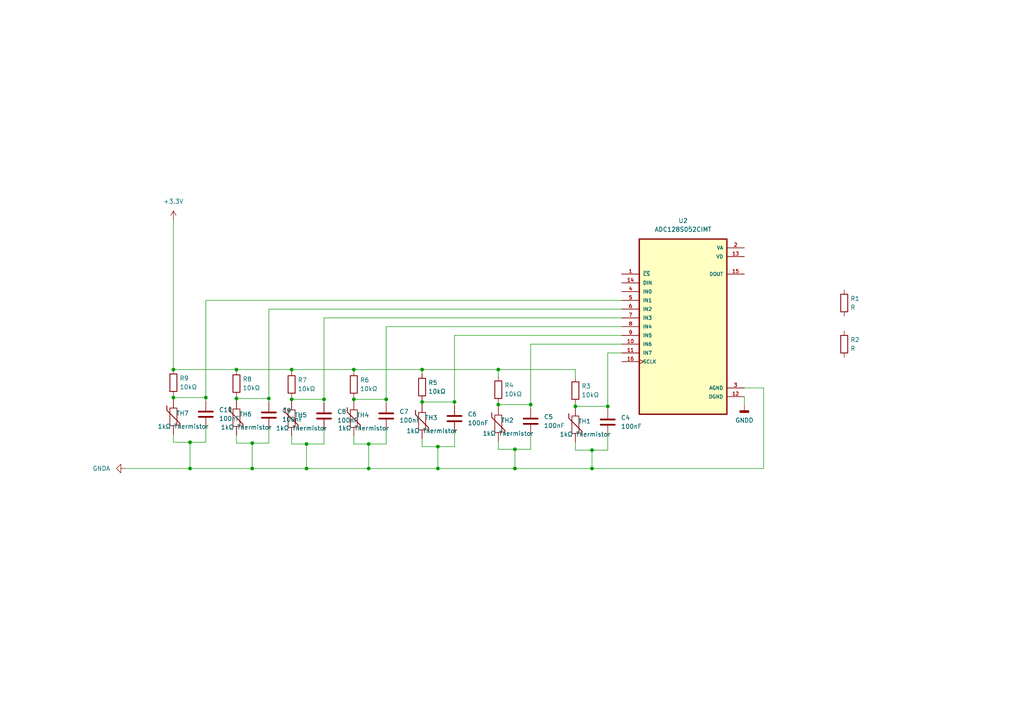
<source format=kicad_sch>
(kicad_sch (version 20230121) (generator eeschema)
  (paper "A4")
  (lib_symbols
    (symbol "2024-02-04_22-00-37:ADS130B04QPWRQ1" (pin_names (offset 0.254))
      (property "Reference" "U" (at 20.32 10.16 0))
      (property "Value" "ADS130B04QPWRQ1" (at 20.32 7.62 0))
      (symbol "ADS130B04QPWRQ1_0_1"
        (polyline (pts (xy 7.62 -27.94) (xy 33.02 -27.94)) (stroke (width 0.127)))
        (polyline (pts (xy 7.62 5.08) (xy 7.62 -27.94)) (stroke (width 0.127)))
        (polyline (pts (xy 33.02 -27.94) (xy 33.02 5.08)) (stroke (width 0.127)))
        (polyline (pts (xy 33.02 5.08) (xy 7.62 5.08)) (stroke (width 0.127)))
        (pin power_in line (at 0 0 0) (length 7.62) (name "1") (number "1"))
        (pin input line (at 0 -22.86 0) (length 7.62) (name "10") (number "10"))
        (pin input line (at 40.64 -22.86 180) (length 7.62) (name "11") (number "11"))
        (pin input line (at 40.64 -20.32 180) (length 7.62) (name "12") (number "12"))
        (pin output line (at 40.64 -17.78 180) (length 7.62) (name "13") (number "13"))
        (pin input line (at 40.64 -15.24 180) (length 7.62) (name "14") (number "14"))
        (pin output line (at 40.64 -12.7 180) (length 7.62) (name "15") (number "15"))
        (pin input line (at 40.64 -10.16 180) (length 7.62) (name "16") (number "16"))
        (pin input line (at 40.64 -7.62 180) (length 7.62) (name "17") (number "17"))
        (pin output line (at 40.64 -5.08 180) (length 7.62) (name "18") (number "18"))
        (pin power_out line (at 40.64 -2.54 180) (length 7.62) (name "19") (number "19"))
        (pin power_out line (at 0 -2.54 0) (length 7.62) (name "2") (number "2"))
        (pin power_in line (at 40.64 0 180) (length 7.62) (name "20") (number "20"))
        (pin input line (at 0 -5.08 0) (length 7.62) (name "3") (number "3"))
        (pin input line (at 0 -7.62 0) (length 7.62) (name "4") (number "4"))
        (pin input line (at 0 -10.16 0) (length 7.62) (name "5") (number "5"))
        (pin input line (at 0 -12.7 0) (length 7.62) (name "6") (number "6"))
        (pin input line (at 0 -15.24 0) (length 7.62) (name "7") (number "7"))
        (pin input line (at 0 -17.78 0) (length 7.62) (name "8") (number "8"))
        (pin input line (at 0 -20.32 0) (length 7.62) (name "9") (number "9"))
      )
    )
    (symbol "ADC128S052CIMT:ADC128S052CIMT" (pin_names (offset 1.016))
      (property "Reference" "U" (at -12.7 26.4 0))
      (property "Value" "ADC128S052CIMT" (at -12.7 -29.4 0))
      (symbol "ADC128S052CIMT_0_0"
        (rectangle (start -12.7 -25.4) (end 12.7 25.4) (stroke (width 0.41)) (fill (type background)))
        (pin input line (at -17.78 15.24 0) (length 5.08) (name "~{CS}") (number "1"))
        (pin input line (at -17.78 -5.08 0) (length 5.08) (name "IN6") (number "10"))
        (pin input line (at -17.78 -7.62 0) (length 5.08) (name "IN7") (number "11"))
        (pin power_in line (at 17.78 -20.32 180) (length 5.08) (name "DGND") (number "12"))
        (pin power_in line (at 17.78 20.32 180) (length 5.08) (name "VD") (number "13"))
        (pin input line (at -17.78 12.7 0) (length 5.08) (name "DIN") (number "14"))
        (pin output line (at 17.78 15.24 180) (length 5.08) (name "DOUT") (number "15"))
        (pin input clock (at -17.78 -10.16 0) (length 5.08) (name "SCLK") (number "16"))
        (pin power_in line (at 17.78 22.86 180) (length 5.08) (name "VA") (number "2"))
        (pin power_in line (at 17.78 -17.78 180) (length 5.08) (name "AGND") (number "3"))
        (pin input line (at -17.78 10.16 0) (length 5.08) (name "IN0") (number "4"))
        (pin input line (at -17.78 7.62 0) (length 5.08) (name "IN1") (number "5"))
        (pin input line (at -17.78 5.08 0) (length 5.08) (name "IN2") (number "6"))
        (pin input line (at -17.78 2.54 0) (length 5.08) (name "IN3") (number "7"))
        (pin input line (at -17.78 0 0) (length 5.08) (name "IN4") (number "8"))
        (pin input line (at -17.78 -2.54 0) (length 5.08) (name "IN5") (number "9"))
      )
    )
    (symbol "Device:C" (pin_numbers hide) (pin_names (offset 0.254))
      (property "Reference" "C" (at 0.635 2.54 0))
      (property "Value" "C" (at 0.635 -2.54 0))
      (symbol "C_0_1"
        (polyline (pts (xy -2.032 -0.762) (xy 2.032 -0.762)) (stroke (width 0.508)))
        (polyline (pts (xy -2.032 0.762) (xy 2.032 0.762)) (stroke (width 0.508)))
      )
      (symbol "C_1_1"
        (pin passive line (at 0 3.81 270) (length 2.794) (name "~") (number "1"))
        (pin passive line (at 0 -3.81 90) (length 2.794) (name "~") (number "2"))
      )
    )
    (symbol "Device:R" (pin_numbers hide) (pin_names (offset 0))
      (property "Reference" "R" (at 2.032 0 90))
      (property "Value" "R" (at 0 0 90))
      (symbol "R_0_1"
        (rectangle (start -1.016 -2.54) (end 1.016 2.54) (stroke (width 0.254)))
      )
      (symbol "R_1_1"
        (pin passive line (at 0 3.81 270) (length 1.27) (name "~") (number "1"))
        (pin passive line (at 0 -3.81 90) (length 1.27) (name "~") (number "2"))
      )
    )
    (symbol "Device:Thermistor" (pin_numbers hide) (pin_names (offset 0))
      (property "Reference" "TH" (at 2.54 1.27 90))
      (property "Value" "Thermistor" (at -2.54 0 90))
      (symbol "Thermistor_0_1"
        (rectangle (start -1.016 2.54) (end 1.016 -2.54) (stroke (width 0.2032)))
        (polyline (pts (xy -1.905 3.175) (xy -1.905 1.905) (xy 1.905 -1.905) (xy 1.905 -3.175) (xy 1.905 -3.175)) (stroke (width 0.254)))
      )
      (symbol "Thermistor_1_1"
        (pin passive line (at 0 5.08 270) (length 2.54) (name "~") (number "1"))
        (pin passive line (at 0 -5.08 90) (length 2.54) (name "~") (number "2"))
      )
    )
    (symbol "power:+3.3V" (power) (pin_names (offset 0))
      (property "Value" "+3.3V" (at 0 3.556 0))
      (symbol "+3.3V_0_1"
        (polyline (pts (xy -0.762 1.27) (xy 0 2.54)))
        (polyline (pts (xy 0 0) (xy 0 2.54)))
        (polyline (pts (xy 0 2.54) (xy 0.762 1.27)))
      )
      (symbol "+3.3V_1_1"
        (pin power_in line (at 0 0 90) (length 0) hide (name "+3.3V") (number "1"))
      )
    )
    (symbol "power:GNDA" (power) (pin_names (offset 0))
      (property "Value" "GNDA" (at 0 -3.81 0))
      (symbol "GNDA_0_1"
        (polyline (pts (xy 0 0) (xy 0 -1.27) (xy 1.27 -1.27) (xy 0 -2.54) (xy -1.27 -1.27) (xy 0 -1.27)))
      )
      (symbol "GNDA_1_1"
        (pin power_in line (at 0 0 270) (length 0) hide (name "GNDA") (number "1"))
      )
    )
    (symbol "power:GNDD" (power) (pin_names (offset 0))
      (property "Value" "GNDD" (at 0 -3.175 0))
      (symbol "GNDD_0_1"
        (rectangle (start -1.27 -1.524) (end 1.27 -2.032) (stroke (width 0.254)) (fill (type outline)))
        (polyline (pts (xy 0 0) (xy 0 -1.524)))
      )
      (symbol "GNDD_1_1"
        (pin power_in line (at 0 0 270) (length 0) hide (name "GNDD") (number "1"))
      )
    )
  )
  (junction (at 153.924 117.348))
  (junction (at 88.9 128.778))
  (junction (at 59.69 115.316))
  (junction (at 68.58 107.188))
  (junction (at 106.934 128.778))
  (junction (at 122.428 116.586))
  (junction (at 176.276 117.856))
  (junction (at 102.616 115.824))
  (junction (at 68.58 115.57))
  (junction (at 55.118 128.27))
  (junction (at 127 135.89))
  (junction (at 77.978 115.57))
  (junction (at 50.292 115.316))
  (junction (at 106.934 135.89))
  (junction (at 88.9 135.89))
  (junction (at 171.704 135.89))
  (junction (at 122.428 107.188))
  (junction (at 84.582 107.188))
  (junction (at 102.616 107.188))
  (junction (at 127 129.54))
  (junction (at 84.582 115.824))
  (junction (at 149.352 135.89))
  (junction (at 171.704 130.556))
  (junction (at 55.118 135.89))
  (junction (at 144.526 117.348))
  (junction (at 50.292 107.188))
  (junction (at 144.526 107.188))
  (junction (at 112.014 115.824))
  (junction (at 73.152 128.524))
  (junction (at 131.826 116.586))
  (junction (at 149.352 130.302))
  (junction (at 166.878 117.856))
  (junction (at 73.152 135.89))
  (junction (at 93.98 115.824))
  (wire (pts (xy 50.292 115.316) (xy 50.292 115.824)))
  (wire (pts (xy 127 135.89) (xy 149.352 135.89)))
  (wire (pts (xy 149.352 135.89) (xy 149.352 130.302)))
  (wire (pts (xy 59.69 115.316) (xy 59.69 116.332)))
  (wire (pts (xy 105.918 -43.434) (xy 116.332 -43.434)))
  (wire (pts (xy 50.292 63.5) (xy 50.292 107.188)))
  (wire (pts (xy 84.582 115.824) (xy 84.582 116.332)))
  (wire (pts (xy 166.878 117.094) (xy 166.878 117.856)))
  (wire (pts (xy 93.98 115.824) (xy 93.98 116.84)))
  (wire (pts (xy 102.616 115.824) (xy 112.014 115.824)))
  (wire (pts (xy 68.58 115.062) (xy 68.58 115.57)))
  (wire (pts (xy 167.132 -43.434) (xy 156.718 -43.434)))
  (wire (pts (xy 112.014 115.824) (xy 112.014 94.742)))
  (wire (pts (xy 88.9 135.89) (xy 106.934 135.89)))
  (wire (pts (xy 55.118 128.27) (xy 59.69 128.27)))
  (wire (pts (xy 55.118 135.89) (xy 73.152 135.89)))
  (wire (pts (xy 144.526 107.188) (xy 144.526 109.22)))
  (wire (pts (xy 93.98 124.46) (xy 93.98 128.778)))
  (wire (pts (xy 50.292 128.27) (xy 55.118 128.27)))
  (wire (pts (xy 153.924 117.348) (xy 153.924 99.822)))
  (wire (pts (xy 166.878 118.11) (xy 166.878 117.856)))
  (wire (pts (xy 77.978 115.57) (xy 77.978 116.586)))
  (wire (pts (xy 122.428 116.586) (xy 122.428 117.094)))
  (wire (pts (xy 88.9 128.778) (xy 88.9 135.89)))
  (wire (pts (xy 144.526 128.016) (xy 144.526 130.302)))
  (wire (pts (xy 122.428 127.254) (xy 122.428 129.54)))
  (wire (pts (xy 167.132 -40.894) (xy 168.91 -40.894)))
  (wire (pts (xy 50.292 125.984) (xy 50.292 128.27)))
  (wire (pts (xy 93.98 92.202) (xy 180.34 92.202)))
  (wire (pts (xy 112.014 128.778) (xy 106.934 128.778)))
  (wire (pts (xy 59.69 115.316) (xy 59.69 87.122)))
  (wire (pts (xy 112.014 115.824) (xy 112.014 116.84)))
  (wire (pts (xy 116.332 -45.974) (xy 116.332 -43.434)))
  (wire (pts (xy 122.428 116.078) (xy 122.428 116.586)))
  (wire (pts (xy 166.878 107.188) (xy 166.878 109.474)))
  (wire (pts (xy 73.152 135.89) (xy 88.9 135.89)))
  (wire (pts (xy 176.276 102.362) (xy 180.34 102.362)))
  (wire (pts (xy 171.704 135.89) (xy 221.488 135.89)))
  (wire (pts (xy 171.704 135.89) (xy 171.704 130.556)))
  (wire (pts (xy 68.58 126.238) (xy 68.58 128.524)))
  (wire (pts (xy 176.276 117.856) (xy 176.276 102.362)))
  (wire (pts (xy 176.276 130.556) (xy 171.704 130.556)))
  (wire (pts (xy 68.58 107.188) (xy 68.58 107.442)))
  (wire (pts (xy 84.582 126.492) (xy 84.582 128.778)))
  (wire (pts (xy 102.616 107.188) (xy 122.428 107.188)))
  (wire (pts (xy 93.98 115.824) (xy 93.98 92.202)))
  (wire (pts (xy 144.526 107.188) (xy 166.878 107.188)))
  (wire (pts (xy 68.58 115.57) (xy 77.978 115.57)))
  (wire (pts (xy 122.428 116.586) (xy 131.826 116.586)))
  (wire (pts (xy 124.968 -45.974) (xy 126.492 -45.974)))
  (wire (pts (xy 131.826 116.586) (xy 131.826 117.602)))
  (wire (pts (xy 117.348 -45.974) (xy 116.332 -45.974)))
  (wire (pts (xy 102.616 126.492) (xy 102.616 128.778)))
  (wire (pts (xy 68.58 128.524) (xy 73.152 128.524)))
  (wire (pts (xy 102.616 107.188) (xy 102.616 107.696)))
  (wire (pts (xy 153.924 125.984) (xy 153.924 130.302)))
  (wire (pts (xy 166.878 128.27) (xy 166.878 130.556)))
  (wire (pts (xy 221.488 112.522) (xy 215.9 112.522)))
  (wire (pts (xy 59.69 87.122) (xy 180.34 87.122)))
  (wire (pts (xy 36.322 135.89) (xy 55.118 135.89)))
  (wire (pts (xy 167.132 -45.974) (xy 169.164 -45.974)))
  (wire (pts (xy 50.292 107.188) (xy 68.58 107.188)))
  (wire (pts (xy 131.826 129.54) (xy 127 129.54)))
  (wire (pts (xy 112.014 124.46) (xy 112.014 128.778)))
  (wire (pts (xy 131.826 116.586) (xy 131.826 97.282)))
  (wire (pts (xy 106.934 135.89) (xy 106.934 128.778)))
  (wire (pts (xy 221.488 135.89) (xy 221.488 112.522)))
  (wire (pts (xy 88.9 128.778) (xy 93.98 128.778)))
  (wire (pts (xy 127 135.89) (xy 127 129.54)))
  (wire (pts (xy 176.276 126.238) (xy 176.276 130.556)))
  (wire (pts (xy 102.616 115.824) (xy 102.616 116.332)))
  (wire (pts (xy 77.978 115.57) (xy 77.978 89.662)))
  (wire (pts (xy 112.014 94.742) (xy 180.34 94.742)))
  (wire (pts (xy 55.118 128.27) (xy 55.118 135.89)))
  (wire (pts (xy 77.978 124.206) (xy 77.978 128.524)))
  (wire (pts (xy 149.352 135.89) (xy 171.704 135.89)))
  (wire (pts (xy 131.826 125.222) (xy 131.826 129.54)))
  (wire (pts (xy 153.924 99.822) (xy 180.34 99.822)))
  (wire (pts (xy 73.152 128.524) (xy 77.978 128.524)))
  (wire (pts (xy 153.924 130.302) (xy 149.352 130.302)))
  (wire (pts (xy 175.006 -45.974) (xy 175.006 -40.894)))
  (wire (pts (xy 144.526 116.84) (xy 144.526 117.348)))
  (wire (pts (xy 68.58 115.57) (xy 68.58 116.078)))
  (wire (pts (xy 77.978 89.662) (xy 180.34 89.662)))
  (wire (pts (xy 215.9 115.062) (xy 215.9 117.602)))
  (wire (pts (xy 175.006 -45.974) (xy 176.784 -45.974)))
  (wire (pts (xy 122.428 107.188) (xy 144.526 107.188)))
  (wire (pts (xy 68.58 107.188) (xy 84.582 107.188)))
  (wire (pts (xy 166.878 117.856) (xy 176.276 117.856)))
  (wire (pts (xy 144.526 117.348) (xy 153.924 117.348)))
  (wire (pts (xy 50.292 115.316) (xy 59.69 115.316)))
  (wire (pts (xy 131.826 97.282) (xy 180.34 97.282)))
  (wire (pts (xy 171.704 130.556) (xy 166.878 130.556)))
  (wire (pts (xy 122.428 107.188) (xy 122.428 108.458)))
  (wire (pts (xy 73.152 128.524) (xy 73.152 135.89)))
  (wire (pts (xy 84.582 107.188) (xy 84.582 107.696)))
  (wire (pts (xy 59.69 123.952) (xy 59.69 128.27)))
  (wire (pts (xy 106.934 128.778) (xy 102.616 128.778)))
  (wire (pts (xy 84.582 107.188) (xy 102.616 107.188)))
  (wire (pts (xy 84.582 128.778) (xy 88.9 128.778)))
  (wire (pts (xy 127 129.54) (xy 122.428 129.54)))
  (wire (pts (xy 102.616 115.316) (xy 102.616 115.824)))
  (wire (pts (xy 106.934 135.89) (xy 127 135.89)))
  (wire (pts (xy 149.352 130.302) (xy 144.526 130.302)))
  (wire (pts (xy 84.582 115.824) (xy 93.98 115.824)))
  (wire (pts (xy 84.582 115.316) (xy 84.582 115.824)))
  (wire (pts (xy 144.526 117.348) (xy 144.526 117.856)))
  (wire (pts (xy 176.276 117.856) (xy 176.276 118.618)))
  (wire (pts (xy 50.292 114.808) (xy 50.292 115.316)))
  (wire (pts (xy 176.53 -40.894) (xy 175.006 -40.894)))
  (wire (pts (xy 153.924 117.348) (xy 153.924 118.364)))
  (symbol (lib_id "Device:C") (at 153.924 122.174 0) (unit 1)
    (property "Reference" "C5" (at 157.734 120.904 0) (effects (justify left)))
    (property "Value" "100nF" (at 157.734 123.444 0) (effects (justify left)))
  )
  (symbol (lib_id "Device:C") (at 176.276 122.428 0) (unit 1)
    (property "Reference" "C4" (at 180.086 121.158 0) (effects (justify left)))
    (property "Value" "100nF" (at 180.086 123.698 0) (effects (justify left)))
  )
  (symbol (lib_id "Device:Thermistor") (at 84.582 121.412 0) (unit 1)
    (property "Reference" "TH5" (at 85.344 120.396 0) (effects (justify left)))
    (property "Value" "1kΩ Thermistor" (at 80.01 124.206 0) (effects (justify left)))
  )
  (symbol (lib_id "Device:Thermistor") (at 144.526 122.936 0) (unit 1)
    (property "Reference" "TH2" (at 145.288 121.92 0) (effects (justify left)))
    (property "Value" "1kΩ Thermistor" (at 139.954 125.73 0) (effects (justify left)))
  )
  (symbol (lib_id "Device:Thermistor") (at 166.878 123.19 0) (unit 1)
    (property "Reference" "TH1" (at 167.64 122.174 0) (effects (justify left)))
    (property "Value" "1kΩ Thermistor" (at 162.306 125.984 0) (effects (justify left)))
  )
  (symbol (lib_id "Device:R") (at 84.582 111.506 0) (unit 1)
    (property "Reference" "R7" (at 86.36 110.236 0) (effects (justify left)))
    (property "Value" "10kΩ" (at 86.36 112.776 0) (effects (justify left)))
  )
  (symbol (lib_id "Device:R") (at 244.856 87.884 0) (unit 1)
    (property "Reference" "R1" (at 246.634 86.614 0) (effects (justify left)))
    (property "Value" "R" (at 246.634 89.154 0) (effects (justify left)))
  )
  (symbol (lib_id "Device:Thermistor") (at 50.292 120.904 0) (unit 1)
    (property "Reference" "TH7" (at 51.054 119.888 0) (effects (justify left)))
    (property "Value" "1kΩ Thermistor" (at 45.72 123.698 0) (effects (justify left)))
  )
  (symbol (lib_id "Device:R") (at 144.526 113.03 0) (unit 1)
    (property "Reference" "R4" (at 146.304 111.76 0) (effects (justify left)))
    (property "Value" "10kΩ" (at 146.304 114.3 0) (effects (justify left)))
  )
  (symbol (lib_id "Device:R") (at 166.878 113.284 0) (unit 1)
    (property "Reference" "R3" (at 168.656 112.014 0) (effects (justify left)))
    (property "Value" "10kΩ" (at 168.656 114.554 0) (effects (justify left)))
  )
  (symbol (lib_id "Device:C") (at 172.72 -40.894 270) (unit 1)
    (property "Reference" "C3" (at 175.26 -39.624 90))
    (property "Value" "220 nF" (at 177.292 -42.164 90))
  )
  (symbol (lib_id "power:+3.3V") (at 50.292 63.754 0) (unit 1)
    (property "Reference" "#PWR06" (effects hide))
    (property "Value" "+3.3V" (at 50.292 58.42 0))
  )
  (symbol (lib_id "Device:C") (at 131.826 121.412 0) (unit 1)
    (property "Reference" "C6" (at 135.636 120.142 0) (effects (justify left)))
    (property "Value" "100nF" (at 135.636 122.682 0) (effects (justify left)))
  )
  (symbol (lib_id "power:GNDA") (at 36.322 135.89 270) (unit 1)
    (property "Reference" "#PWR05" (effects hide))
    (property "Value" "GNDA" (at 32.004 135.89 90) (effects (justify right)))
  )
  (symbol (lib_id "Device:R") (at 68.58 111.252 0) (unit 1)
    (property "Reference" "R8" (at 70.358 109.982 0) (effects (justify left)))
    (property "Value" "10kΩ" (at 70.358 112.522 0) (effects (justify left)))
  )
  (symbol (lib_id "Device:R") (at 122.428 112.268 0) (unit 1)
    (property "Reference" "R5" (at 124.206 110.998 0) (effects (justify left)))
    (property "Value" "10kΩ" (at 124.206 113.538 0) (effects (justify left)))
  )
  (symbol (lib_id "power:GNDD") (at 215.9 117.602 0) (unit 1)
    (property "Reference" "#PWR01" (effects hide))
    (property "Value" "GNDD" (at 215.9 121.92 0))
  )
  (symbol (lib_id "Device:R") (at 244.856 99.822 0) (unit 1)
    (property "Reference" "R2" (at 246.634 98.552 0) (effects (justify left)))
    (property "Value" "R" (at 246.634 101.092 0) (effects (justify left)))
  )
  (symbol (lib_id "Device:R") (at 50.292 110.998 0) (unit 1)
    (property "Reference" "R9" (at 52.07 109.728 0) (effects (justify left)))
    (property "Value" "10kΩ" (at 52.07 112.268 0) (effects (justify left)))
  )
  (symbol (lib_id "Device:C") (at 172.974 -45.974 270) (unit 1)
    (property "Reference" "C2" (at 172.974 -53.594 90))
    (property "Value" "1 uF" (at 172.974 -51.054 90))
  )
  (symbol (lib_id "Device:C") (at 112.014 120.65 0) (unit 1)
    (property "Reference" "C7" (at 115.824 119.38 0) (effects (justify left)))
    (property "Value" "100nF" (at 115.824 121.92 0) (effects (justify left)))
  )
  (symbol (lib_id "Device:Thermistor") (at 122.428 122.174 0) (unit 1)
    (property "Reference" "TH3" (at 123.19 121.158 0) (effects (justify left)))
    (property "Value" "1kΩ Thermistor" (at 117.856 124.968 0) (effects (justify left)))
  )
  (symbol (lib_id "Device:Thermistor") (at 102.616 121.412 0) (unit 1)
    (property "Reference" "TH4" (at 103.378 120.396 0) (effects (justify left)))
    (property "Value" "1kΩ Thermistor" (at 98.044 124.206 0) (effects (justify left)))
  )
  (symbol (lib_id "Device:Thermistor") (at 68.58 121.158 0) (unit 1)
    (property "Reference" "TH6" (at 69.342 120.142 0) (effects (justify left)))
    (property "Value" "1kΩ Thermistor" (at 64.008 123.952 0) (effects (justify left)))
  )
  (symbol (lib_id "ADC128S052CIMT:ADC128S052CIMT") (at 198.12 94.742 0) (unit 1)
    (property "Reference" "U2" (at 198.12 64.008 0))
    (property "Value" "ADC128S052CIMT" (at 198.12 66.548 0))
    (property "Footprint" "ADC128S052CIMT:SOP65P640X120-16N" (effects hide))
    (property "MF" "Texas Instruments" (effects hide))
    (property "Description" "\n12-Bit, 500-kSPS, 8-Ch SAR ADC with single-ended inputs and serial interface\n" (effects hide))
    (property "Package" "TSSOP-16 Texas Instruments" (effects hide))
    (property "Price" "None" (effects hide))
    (property "SnapEDA_Link" "https://www.snapeda.com/parts/ADC128S052CIMT/NOPB/Texas+Instruments/view-part/?ref=snap" (effects hide))
    (property "MP" "ADC128S052CIMT/NOPB" (effects hide))
    (property "Availability" "In Stock" (effects hide))
    (property "Check_prices" "https://www.snapeda.com/parts/ADC128S052CIMT/NOPB/Texas+Instruments/view-part/?ref=eda" (effects hide))
  )
  (symbol (lib_id "Device:C") (at 59.69 120.142 0) (unit 1)
    (property "Reference" "C10" (at 63.5 118.872 0) (effects (justify left)))
    (property "Value" "100nF" (at 63.5 121.412 0) (effects (justify left)))
  )
  (symbol (lib_id "Device:C") (at 93.98 120.65 0) (unit 1)
    (property "Reference" "C8" (at 97.79 119.38 0) (effects (justify left)))
    (property "Value" "100nF" (at 97.79 121.92 0) (effects (justify left)))
  )
  (symbol (lib_id "Device:R") (at 102.616 111.506 0) (unit 1)
    (property "Reference" "R6" (at 104.394 110.236 0) (effects (justify left)))
    (property "Value" "10kΩ" (at 104.394 112.776 0) (effects (justify left)))
  )
  (symbol (lib_id "Device:C") (at 121.158 -45.974 270) (unit 1)
    (property "Reference" "C1" (at 121.158 -53.594 90))
    (property "Value" "1 uF" (at 121.158 -51.054 90))
  )
  (symbol (lib_id "Device:C") (at 77.978 120.396 0) (unit 1)
    (property "Reference" "C9" (at 81.788 119.126 0) (effects (justify left)))
    (property "Value" "100nF" (at 81.788 121.666 0) (effects (justify left)))
  )
  (symbol (lib_id "2024-02-04_22-00-37:ADS130B04QPWRQ1") (at 126.492 -45.974 0) (unit 1)
    (property "Reference" "U1" (at 146.812 -55.372 0) (effects (font (size 1.524 1.524))))
    (property "Value" "ADS130B04QPWRQ1" (at 146.812 -52.832 0) (effects (font (size 1.524 1.524))))
    (property "Footprint" "TSSOP20_PW_TEX" (effects hide))
    (property "Datasheet" "ADS130B04QPWRQ1" (effects hide))
  )
)
</source>
